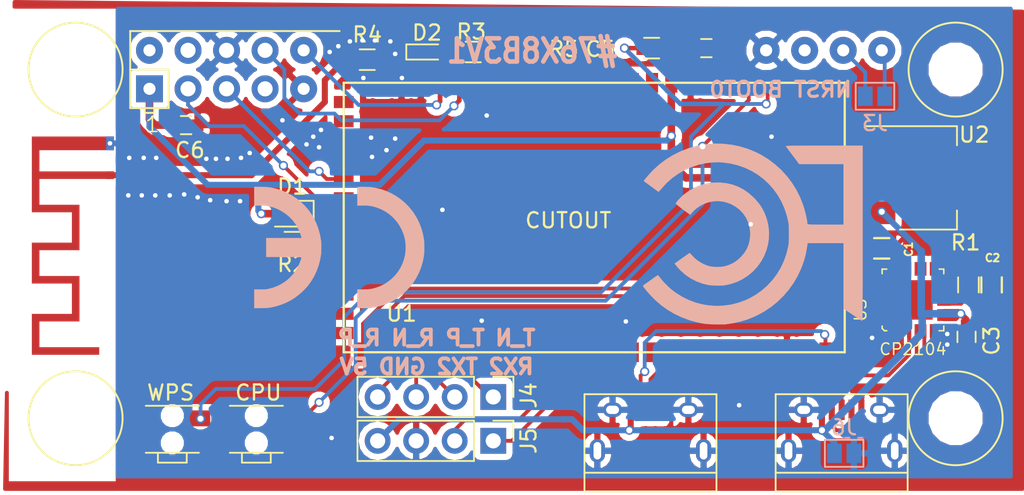
<source format=kicad_pcb>
(kicad_pcb (version 4) (host pcbnew 4.0.7)
  (layers (0 F.Cu signal) (31 B.Cu signal) (34 B.Paste user hide) (35 F.Paste user hide) (36 B.SilkS user) (37 F.SilkS user) (38 B.Mask user) (39 F.Mask user hide) (44 Edge.Cuts user))
  (net 0 "")
  (net 1 "Net-(J1-Pad2)")
  (net 2 "Net-(J1-Pad3)")
  (net 3 "Net-(J1-Pad4)")
  (net 4 GND)
  (net 5 "Net-(PI1-Pad2)")
  (net 6 "Net-(PI1-Pad3)")
  (net 7 "Net-(PI1-Pad4)")
  (net 8 "Net-(PI1-Pad5)")
  (net 9 "Net-(PI1-Pad7)")
  (net 10 "Net-(PI1-Pad8)")
  (net 11 "Net-(PI1-Pad10)")
  (net 12 "Net-(PI1-Pad36)")
  (net 13 "Net-(U1-Pad1)")
  (net 14 "Net-(U1-Pad2)")
  (net 15 "Net-(U1-Pad7)")
  (net 16 "Net-(U1-Pad8)")
  (net 17 "Net-(U1-Pad9)")
  (net 18 "Net-(U1-Pad10)")
  (net 19 "Net-(U1-Pad11)")
  (net 20 "Net-(U1-Pad12)")
  (net 21 "Net-(U1-Pad15)")
  (net 22 "Net-(U1-Pad16)")
  (net 23 "Net-(U1-Pad17)")
  (net 24 "Net-(U1-Pad18)")
  (net 25 "Net-(U1-Pad19)")
  (net 26 "Net-(U1-Pad20)")
  (net 27 "Net-(U1-Pad21)")
  (net 28 "Net-(U1-Pad22)")
  (net 29 "Net-(U1-Pad27)")
  (net 30 "Net-(U1-Pad28)")
  (net 31 "Net-(U1-Pad31)")
  (net 32 "Net-(U1-Pad32)")
  (net 33 +3V3)
  (net 34 "Net-(U1-Pad35)")
  (net 35 "Net-(U1-Pad36)")
  (net 36 "Net-(U1-Pad37)")
  (net 37 "Net-(U1-Pad38)")
  (net 38 "Net-(U1-Pad39)")
  (net 39 "Net-(U1-Pad40)")
  (net 40 "Net-(U1-Pad41)")
  (net 41 "Net-(U1-Pad42)")
  (net 42 "Net-(U1-Pad43)")
  (net 43 "Net-(U1-Pad51)")
  (net 44 "Net-(U1-Pad52)")
  (net 45 "Net-(U1-Pad53)")
  (net 46 "Net-(U1-Pad54)")
  (net 47 "Net-(U1-Pad63)")
  (net 48 "Net-(J2-Pad2)")
  (net 49 "Net-(J2-Pad3)")
  (net 50 "Net-(J2-Pad4)")
  (net 51 "Net-(C2-Pad2)")
  (net 52 "Net-(D1-Pad1)")
  (net 53 "Net-(R1-Pad1)")
  (net 54 "Net-(R2-Pad1)")
  (net 55 "Net-(U3-Pad16)")
  (net 56 "Net-(U3-Pad17)")
  (net 57 "Net-(U3-Pad1)")
  (net 58 "Net-(U3-Pad10)")
  (net 59 "Net-(U3-Pad11)")
  (net 60 "Net-(U3-Pad12)")
  (net 61 "Net-(U3-Pad13)")
  (net 62 "Net-(U3-Pad14)")
  (net 63 "Net-(U3-Pad24)")
  (net 64 "Net-(U3-Pad23)")
  (net 65 "Net-(U3-Pad22)")
  (net 66 "Net-(U3-Pad19)")
  (net 67 "Net-(U3-Pad18)")
  (net 68 "Net-(D2-Pad2)")
  (net 69 "Net-(J3-Pad1)")
  (net 70 "Net-(J3-Pad2)")
  (net 71 "Net-(R3-Pad2)")
  (net 72 "Net-(J4-Pad1)")
  (net 73 "Net-(J4-Pad2)")
  (net 74 "Net-(J4-Pad3)")
  (net 75 "Net-(J4-Pad4)")
  (net 76 "Net-(J5-Pad1)")
  (net 77 "Net-(J5-Pad2)")
  (net 78 +5V)
  (net 79 "Net-(U3-Pad15)")
  (net 80 "Net-(U1-Pad59)")
  (net 81 "Net-(U1-Pad60)")
  (net 82 "Net-(U1-Pad61)")
  (net 83 "Net-(U1-Pad62)")
  (net 84 "Net-(R5-Pad1)")
  (net 85 "Net-(AE1-Pad1)")
  (net 86 "Net-(R4-Pad2)")
  (net 87 "Net-(SW2-Pad1)")
  (module TO_SOT_Packages_SMD:SOT-223 (layer F.Cu) (at 208.1784 85.6488)
    (fp_text reference U2 (at 3.048 -2.8448) (layer F.SilkS))
    (fp_text value LT1084-3.3)
    (pad 4 smd rect (at 3.15 0) (size 2 3.8) (layers F.Cu F.Paste F.Mask))
    (pad 2 smd rect (at -3.15 0) (size 2 1.5) (layers F.Cu F.Paste F.Mask) (net 33 +3V3))
    (pad 3 smd rect (at -3.15 2.3) (size 2 1.5) (layers F.Cu F.Paste F.Mask) (net 78 +5V))
    (pad 1 smd rect (at -3.15 -2.3) (size 2 1.5) (layers F.Cu F.Paste F.Mask) (net 4 GND))
  )
  (module pizero:R_0603 (layer F.Cu) (at 205.1304 90.297 180)
    (fp_text reference C1 (at -1.778 -0.061 270) (layer F.SilkS) (effects (font (size 0.5 0.5) (thickness 0.125))))
    (fp_text value 2.2uF)
    (pad 1 smd rect (at -0.75 0 180) (size 0.5 0.9) (layers F.Cu F.Paste F.Mask) (net 4 GND))
    (pad 2 smd rect (at 0.75 0 180) (size 0.5 0.9) (layers F.Cu F.Paste F.Mask) (net 78 +5V))
  )
  (module pizero:R_0603 (layer F.Cu) (at 212.3694 92.71 270)
    (fp_text reference C2 (at -1.778 -0.061 360) (layer F.SilkS) (effects (font (size 0.5 0.5) (thickness 0.125))))
    (fp_text value 2.2uF)
    (pad 1 smd rect (at -0.75 0 270) (size 0.5 0.9) (layers F.Cu F.Paste F.Mask) (net 4 GND))
    (pad 2 smd rect (at 0.75 0 270) (size 0.5 0.9) (layers F.Cu F.Paste F.Mask) (net 51 "Net-(C2-Pad2)"))
  )
  (module Diodes_SMD:D_SOD-323F (layer F.Cu) (at 166.1922 88.011 180)
    (fp_text reference D1 (at -0.0762 1.778 180) (layer F.SilkS))
    (fp_text value S1)
    (pad 1 smd rect (at -1.1 0 180) (size 0.5 0.5) (layers F.Cu F.Paste F.Mask) (net 52 "Net-(D1-Pad1)"))
    (pad 2 smd rect (at 1.1 0 180) (size 0.5 0.5) (layers F.Cu F.Paste F.Mask) (net 33 +3V3))
  )
  (module .pretty:R_0603 (layer F.Cu) (at 210.8454 92.71 90)
    (fp_text reference R1 (at 2.794 -0.1905 180) (layer F.SilkS))
    (fp_text value 5.1K)
    (pad 1 smd rect (at -0.75 0 90) (size 0.5 0.9) (layers F.Cu F.Paste F.Mask) (net 53 "Net-(R1-Pad1)"))
    (pad 2 smd rect (at 0.75 0 90) (size 0.5 0.9) (layers F.Cu F.Paste F.Mask) (net 51 "Net-(C2-Pad2)"))
  )
  (module .pretty:R_0603 (layer F.Cu) (at 166.2684 89.8906 180)
    (fp_text reference R2 (at 0 -1.45 180) (layer F.SilkS))
    (fp_text value 1K)
    (pad 1 smd rect (at -0.75 0 180) (size 0.5 0.9) (layers F.Cu F.Paste F.Mask) (net 54 "Net-(R2-Pad1)"))
    (pad 2 smd rect (at 0.75 0 180) (size 0.5 0.9) (layers F.Cu F.Paste F.Mask) (net 33 +3V3))
  )
  (module .pretty:SW_SPST_EVQP7C (layer F.Cu) (at 158.3756 102.235)
    (fp_text reference SW1 hide)
    (fp_text value WPS (at -0.1082 -2.413) (layer F.SilkS))
    (pad 1 smd rect (at 1.8 -0.72) (size 1.4 1.05) (layers F.Cu F.Paste F.Mask) (net 84 "Net-(R5-Pad1)"))
    (pad 1 smd rect (at -1.8 -0.72) (size 1.4 1.05) (layers F.Cu F.Paste F.Mask) (net 84 "Net-(R5-Pad1)"))
    (pad 2 smd rect (at 1.8 0.72) (size 1.4 1.05) (layers F.Cu F.Paste F.Mask) (net 4 GND))
    (pad 2 smd rect (at -1.8 0.72) (size 1.4 1.05) (layers F.Cu F.Paste F.Mask) (net 4 GND))
    (pad "" np_thru_hole circle (at 0 -0.9) (size 0.7 0.7) (drill 0.7) (layers *.Cu *.Mask))
    (pad "" np_thru_hole circle (at 0 0.9) (size 0.7 0.7) (drill 0.7) (layers *.Cu *.Mask))
  )
  (module .pretty:SW_SPST_EVQP7C (layer F.Cu) (at 163.9128 102.235)
    (fp_text reference SW2 hide)
    (fp_text value CPU (at 0.1331 -2.413 180) (layer F.SilkS))
    (pad 1 smd rect (at 1.8 -0.72) (size 1.4 1.05) (layers F.Cu F.Paste F.Mask) (net 87 "Net-(SW2-Pad1)"))
    (pad 1 smd rect (at -1.8 -0.72) (size 1.4 1.05) (layers F.Cu F.Paste F.Mask) (net 87 "Net-(SW2-Pad1)"))
    (pad 2 smd rect (at 1.8 0.72) (size 1.4 1.05) (layers F.Cu F.Paste F.Mask) (net 4 GND))
    (pad 2 smd rect (at -1.8 0.72) (size 1.4 1.05) (layers F.Cu F.Paste F.Mask) (net 4 GND))
    (pad "" np_thru_hole circle (at 0 -0.9) (size 0.7 0.7) (drill 0.7) (layers *.Cu *.Mask))
    (pad "" np_thru_hole circle (at 0 0.9) (size 0.7 0.7) (drill 0.7) (layers *.Cu *.Mask))
  )
  (module pizero:qfn24 (layer F.Cu) (at 207.1878 93.7006)
    (fp_text reference U3 (at -3.4544 0.6604 90) (layer F.SilkS) (effects (font (size 0.762 0.762) (thickness 0.1016))))
    (fp_text value CP2104 (at 0 3.2512) (layer F.SilkS) (effects (font (size 0.762 0.762) (thickness 0.1016))))
    (pad 16 smd rect (at -0.25 -2.05 180) (size 0.2794 0.9) (layers F.Cu F.Paste F.Mask) (net 55 "Net-(U3-Pad16)"))
    (pad 17 smd rect (at -0.75 -2.05 180) (size 0.2794 0.9) (layers F.Cu F.Paste F.Mask) (net 56 "Net-(U3-Pad17)"))
    (pad 5 smd rect (at 0.75 2.05) (size 0.2794 0.9) (layers F.Cu F.Paste F.Mask) (net 51 "Net-(C2-Pad2)"))
    (pad 1 smd rect (at -1.25 2.05) (size 0.2794 0.9) (layers F.Cu F.Paste F.Mask) (net 57 "Net-(U3-Pad1)"))
    (pad 2 smd rect (at -0.75 2.05) (size 0.2794 0.9) (layers F.Cu F.Paste F.Mask) (net 4 GND))
    (pad 3 smd rect (at -0.25 2.05) (size 0.2794 0.9) (layers F.Cu F.Paste F.Mask) (net 49 "Net-(J2-Pad3)"))
    (pad 4 smd rect (at 0.25 2.05) (size 0.2794 0.9) (layers F.Cu F.Paste F.Mask) (net 48 "Net-(J2-Pad2)"))
    (pad 6 smd rect (at 1.25 2.05) (size 0.2794 0.9) (layers F.Cu F.Paste F.Mask) (net 51 "Net-(C2-Pad2)"))
    (pad 7 smd rect (at 2.05 1.25 90) (size 0.2794 0.9) (layers F.Cu F.Paste F.Mask) (net 78 +5V))
    (pad 8 smd rect (at 2.05 0.75 90) (size 0.2794 0.9) (layers F.Cu F.Paste F.Mask) (net 78 +5V))
    (pad 9 smd rect (at 2.05 0.25 90) (size 0.2794 0.9) (layers F.Cu F.Paste F.Mask) (net 53 "Net-(R1-Pad1)"))
    (pad 10 smd rect (at 2.05 -0.25 90) (size 0.2794 0.9) (layers F.Cu F.Paste F.Mask) (net 58 "Net-(U3-Pad10)"))
    (pad 11 smd rect (at 2.05 -0.75 90) (size 0.2794 0.9) (layers F.Cu F.Paste F.Mask) (net 59 "Net-(U3-Pad11)"))
    (pad 12 smd rect (at 2.05 -1.25 90) (size 0.2794 0.9) (layers F.Cu F.Paste F.Mask) (net 60 "Net-(U3-Pad12)"))
    (pad 13 smd rect (at 1.25 -2.05 180) (size 0.2794 0.9) (layers F.Cu F.Paste F.Mask) (net 61 "Net-(U3-Pad13)"))
    (pad 14 smd rect (at 0.75 -2.05 180) (size 0.2794 0.9) (layers F.Cu F.Paste F.Mask) (net 62 "Net-(U3-Pad14)"))
    (pad 15 smd rect (at 0.25 -2.05 180) (size 0.2794 0.9) (layers F.Cu F.Paste F.Mask) (net 79 "Net-(U3-Pad15)"))
    (pad PAD smd rect (at 0 0) (size 2.6 2.6) (layers F.Cu F.Paste F.Mask))
    (pad 24 smd rect (at -2.05 1.25 270) (size 0.2794 0.9) (layers F.Cu F.Paste F.Mask) (net 63 "Net-(U3-Pad24)"))
    (pad 23 smd rect (at -2.05 0.75 270) (size 0.2794 0.9) (layers F.Cu F.Paste F.Mask) (net 64 "Net-(U3-Pad23)"))
    (pad 22 smd rect (at -2.05 0.25 270) (size 0.2794 0.9) (layers F.Cu F.Paste F.Mask) (net 65 "Net-(U3-Pad22)"))
    (pad 21 smd rect (at -2.05 -0.25 270) (size 0.2794 0.9) (layers F.Cu F.Paste F.Mask) (net 14 "Net-(U1-Pad2)"))
    (pad 20 smd rect (at -2.05 -0.75 270) (size 0.2794 0.9) (layers F.Cu F.Paste F.Mask) (net 13 "Net-(U1-Pad1)"))
    (pad 19 smd rect (at -2.05 -1.25 270) (size 0.2794 0.9) (layers F.Cu F.Paste F.Mask) (net 66 "Net-(U3-Pad19)"))
    (pad 18 smd rect (at -1.25 -2.05 180) (size 0.2794 0.9) (layers F.Cu F.Paste F.Mask) (net 67 "Net-(U3-Pad18)"))
  )
  (module LEDs:LED_0603 (layer F.Cu) (at 175.0949 77.343)
    (fp_text reference D2 (at 0.0635 -1.27) (layer F.SilkS))
    (fp_text value LED)
    (pad 2 smd rect (at 0.8 0 180) (size 0.8 0.8) (layers F.Cu F.Paste F.Mask) (net 68 "Net-(D2-Pad2)"))
    (pad 1 smd rect (at -0.8 0 180) (size 0.8 0.8) (layers F.Cu F.Paste F.Mask) (net 4 GND))
  )
  (module .pretty:R_0603 (layer F.Cu) (at 178.2064 77.343)
    (fp_text reference R3 (at -0.127 -1.3335) (layer F.SilkS))
    (fp_text value 1K)
    (pad 1 smd rect (at -0.75 0) (size 0.5 0.9) (layers F.Cu F.Paste F.Mask) (net 68 "Net-(D2-Pad2)"))
    (pad 2 smd rect (at 0.75 0) (size 0.5 0.9) (layers F.Cu F.Paste F.Mask) (net 71 "Net-(R3-Pad2)"))
  )
  (module .pretty:C_0603 (layer F.Cu) (at 193.5734 77.089)
    (fp_text reference C5 (at -6.985 0.0635) (layer F.SilkS))
    (fp_text value 2.2uF)
    (pad 2 smd rect (at 0.75 0) (size 0.8 0.75) (layers F.Cu F.Paste F.Mask) (net 4 GND))
    (pad 1 smd rect (at -0.75 0) (size 0.8 0.75) (layers F.Cu F.Paste F.Mask) (net 33 +3V3))
  )
  (module .pretty:C_0603 (layer F.Cu) (at 210.7184 96.139 270)
    (fp_text reference C3 (at 0.254 -1.651 270) (layer F.SilkS))
    (fp_text value 2.2uF)
    (pad 2 smd rect (at 0.75 0 270) (size 0.8 0.75) (layers F.Cu F.Paste F.Mask) (net 4 GND))
    (pad 1 smd rect (at -0.75 0 270) (size 0.8 0.75) (layers F.Cu F.Paste F.Mask) (net 78 +5V))
  )
  (module .pretty:C_0603 (layer F.Cu) (at 159.2834 82.169)
    (fp_text reference C6 (at 0.254 1.651) (layer F.SilkS))
    (fp_text value 2.2uF)
    (pad 2 smd rect (at 0.75 0) (size 0.8 0.75) (layers F.Cu F.Paste F.Mask) (net 4 GND))
    (pad 1 smd rect (at -0.75 0) (size 0.8 0.75) (layers F.Cu F.Paste F.Mask) (net 33 +3V3))
  )
  (module Pin_Headers:Pin_Header_Straight_1x04_Pitch2.54mm (layer F.Cu) (at 179.5272 100.1014 270)
    (fp_text reference J4 (at -0.1016 -2.3368 270) (layer F.SilkS))
    (fp_text value RJ45)
    (pad 1 thru_hole rect (at 0 0 270) (size 1.7 1.7) (drill 1) (layers *.Cu *.Mask) (net 72 "Net-(J4-Pad1)"))
    (pad 2 thru_hole oval (at 0 2.54 270) (size 1.7 1.7) (drill 1) (layers *.Cu *.Mask) (net 73 "Net-(J4-Pad2)"))
    (pad 3 thru_hole oval (at 0 5.08 270) (size 1.7 1.7) (drill 1) (layers *.Cu *.Mask) (net 74 "Net-(J4-Pad3)"))
    (pad 4 thru_hole oval (at 0 7.62 270) (size 1.7 1.7) (drill 1) (layers *.Cu *.Mask) (net 75 "Net-(J4-Pad4)"))
  )
  (module .pretty:USB_Micro-B (layer F.Cu) (at 189.8884 102.3015)
    (fp_text reference J1 hide)
    (fp_text value USB_OTG)
    (pad 1 smd rect (at -1.3 -1.35 90) (size 1.35 0.4) (layers F.Cu F.Paste F.Mask) (net 78 +5V))
    (pad 2 smd rect (at -0.65 -1.35 90) (size 1.35 0.4) (layers F.Cu F.Paste F.Mask) (net 1 "Net-(J1-Pad2)"))
    (pad 3 smd rect (at 0 -1.35 90) (size 1.35 0.4) (layers F.Cu F.Paste F.Mask) (net 2 "Net-(J1-Pad3)"))
    (pad 4 smd rect (at 0.65 -1.35 90) (size 1.35 0.4) (layers F.Cu F.Paste F.Mask) (net 3 "Net-(J1-Pad4)"))
    (pad 5 smd rect (at 1.3 -1.35 90) (size 1.35 0.4) (layers F.Cu F.Paste F.Mask) (net 4 GND))
    (pad 6 thru_hole oval (at -2.5 -1.35 90) (size 0.95 1.25) (drill oval 0.55 0.85) (layers *.Cu *.Mask) (net 4 GND))
    (pad 6 thru_hole oval (at 2.5 -1.35 90) (size 0.95 1.25) (drill oval 0.55 0.85) (layers *.Cu *.Mask) (net 4 GND))
    (pad 6 thru_hole oval (at -3.5 1.35 90) (size 1.55 1) (drill oval 1.15 0.5) (layers *.Cu *.Mask) (net 4 GND))
    (pad 6 thru_hole oval (at 3.5 1.35 90) (size 1.55 1) (drill oval 1.15 0.5) (layers *.Cu *.Mask) (net 4 GND))
  )
  (module .pretty:USB_Micro-B (layer F.Cu) (at 202.4884 102.3015)
    (fp_text reference J2 hide)
    (fp_text value USB_OTG)
    (pad 1 smd rect (at -1.3 -1.35 90) (size 1.35 0.4) (layers F.Cu F.Paste F.Mask) (net 78 +5V))
    (pad 2 smd rect (at -0.65 -1.35 90) (size 1.35 0.4) (layers F.Cu F.Paste F.Mask) (net 48 "Net-(J2-Pad2)"))
    (pad 3 smd rect (at 0 -1.35 90) (size 1.35 0.4) (layers F.Cu F.Paste F.Mask) (net 49 "Net-(J2-Pad3)"))
    (pad 4 smd rect (at 0.65 -1.35 90) (size 1.35 0.4) (layers F.Cu F.Paste F.Mask) (net 50 "Net-(J2-Pad4)"))
    (pad 5 smd rect (at 1.3 -1.35 90) (size 1.35 0.4) (layers F.Cu F.Paste F.Mask) (net 4 GND))
    (pad 6 thru_hole oval (at -2.5 -1.35 90) (size 0.95 1.25) (drill oval 0.55 0.85) (layers *.Cu *.Mask) (net 4 GND))
    (pad 6 thru_hole oval (at 2.5 -1.35 90) (size 0.95 1.25) (drill oval 0.55 0.85) (layers *.Cu *.Mask) (net 4 GND))
    (pad 6 thru_hole oval (at -3.5 1.35 90) (size 1.55 1) (drill oval 1.15 0.5) (layers *.Cu *.Mask) (net 4 GND))
    (pad 6 thru_hole oval (at 3.5 1.35 90) (size 1.55 1) (drill oval 1.15 0.5) (layers *.Cu *.Mask) (net 4 GND))
  )
  (module pizero:VIA-0.6mm (layer F.Cu) (at 209.4484 95.9485)
    (fp_text reference REF** hide)
    (fp_text value VIA-0.6mm hide)
    (pad 1 thru_hole circle (at 0 0) (size 0.6 0.6) (drill 0.3) (layers *.Cu) (net 4 GND))
  )
  (module pizero:VIA-0.6mm (layer F.Cu) (at 204.4954 96.2025)
    (fp_text reference REF** hide)
    (fp_text value VIA-0.6mm hide)
    (pad 1 thru_hole circle (at 0 0) (size 0.6 0.6) (drill 0.3) (layers *.Cu) (net 4 GND))
  )
  (module pizero:VIA-0.6mm (layer F.Cu) (at 196.4944 88.7095)
    (fp_text reference REF** hide)
    (fp_text value VIA-0.6mm hide)
    (pad 1 thru_hole circle (at 0 0) (size 0.6 0.6) (drill 0.3) (layers *.Cu) (net 4 GND))
  )
  (module pizero:VIA-0.6mm (layer F.Cu) (at 197.866 82.931)
    (fp_text reference REF** hide)
    (fp_text value VIA-0.6mm hide)
    (pad 1 thru_hole circle (at 0 0) (size 0.6 0.6) (drill 0.3) (layers *.Cu) (net 4 GND))
  )
  (module .pretty:BIT3_wideora (layer F.Cu) (at 169.672 97.155)
    (fp_text reference U1 (at 3.81 -2.54) (layer F.SilkS))
    (fp_text value BIT3)
    (fp_text user CUTOUT (at 14.7955 -8.6995) (layer F.SilkS))
    (pad 1 smd rect (at 1.27 0) (size 0.8 1.3) (layers F.Cu F.Paste F.Mask) (net 13 "Net-(U1-Pad1)"))
    (pad 2 smd rect (at 2.54 0) (size 0.8 1.3) (layers F.Cu F.Paste F.Mask) (net 14 "Net-(U1-Pad2)"))
    (pad 3 smd rect (at 3.81 0) (size 0.8 1.3) (layers F.Cu F.Paste F.Mask) (net 75 "Net-(J4-Pad4)"))
    (pad 4 smd rect (at 5.08 0) (size 0.8 1.3) (layers F.Cu F.Paste F.Mask) (net 74 "Net-(J4-Pad3)"))
    (pad 5 smd rect (at 6.35 0) (size 0.8 1.3) (layers F.Cu F.Paste F.Mask) (net 73 "Net-(J4-Pad2)"))
    (pad 6 smd rect (at 7.62 0) (size 0.8 1.3) (layers F.Cu F.Paste F.Mask) (net 72 "Net-(J4-Pad1)"))
    (pad 7 smd rect (at 8.89 0) (size 0.8 1.3) (layers F.Cu F.Paste F.Mask) (net 15 "Net-(U1-Pad7)"))
    (pad 8 smd rect (at 10.16 0) (size 0.8 1.3) (layers F.Cu F.Paste F.Mask) (net 16 "Net-(U1-Pad8)"))
    (pad 9 smd rect (at 11.43 0) (size 0.8 1.3) (layers F.Cu F.Paste F.Mask) (net 17 "Net-(U1-Pad9)"))
    (pad 10 smd rect (at 12.7 0) (size 0.8 1.3) (layers F.Cu F.Paste F.Mask) (net 18 "Net-(U1-Pad10)"))
    (pad 11 smd rect (at 13.97 0) (size 0.8 1.3) (layers F.Cu F.Paste F.Mask) (net 19 "Net-(U1-Pad11)"))
    (pad 12 smd rect (at 15.24 0) (size 0.8 1.3) (layers F.Cu F.Paste F.Mask) (net 20 "Net-(U1-Pad12)"))
    (pad 13 smd rect (at 16.51 0) (size 0.8 1.3) (layers F.Cu F.Paste F.Mask) (net 77 "Net-(J5-Pad2)"))
    (pad 14 smd rect (at 17.78 0) (size 0.8 1.3) (layers F.Cu F.Paste F.Mask) (net 76 "Net-(J5-Pad1)"))
    (pad 15 smd rect (at 19.05 0) (size 0.8 1.3) (layers F.Cu F.Paste F.Mask) (net 21 "Net-(U1-Pad15)"))
    (pad 16 smd rect (at 20.32 0) (size 0.8 1.3) (layers F.Cu F.Paste F.Mask) (net 22 "Net-(U1-Pad16)"))
    (pad 17 smd rect (at 21.59 0) (size 0.8 1.3) (layers F.Cu F.Paste F.Mask) (net 23 "Net-(U1-Pad17)"))
    (pad 18 smd rect (at 22.86 0) (size 0.8 1.3) (layers F.Cu F.Paste F.Mask) (net 24 "Net-(U1-Pad18)"))
    (pad 19 smd rect (at 24.13 0) (size 0.8 1.3) (layers F.Cu F.Paste F.Mask) (net 25 "Net-(U1-Pad19)"))
    (pad 20 smd rect (at 25.4 0) (size 0.8 1.3) (layers F.Cu F.Paste F.Mask) (net 26 "Net-(U1-Pad20)"))
    (pad 21 smd rect (at 26.67 0) (size 0.8 1.3) (layers F.Cu F.Paste F.Mask) (net 27 "Net-(U1-Pad21)"))
    (pad 22 smd rect (at 27.94 0) (size 0.8 1.3) (layers F.Cu F.Paste F.Mask) (net 28 "Net-(U1-Pad22)"))
    (pad 23 smd rect (at 29.21 0) (size 0.8 1.3) (layers F.Cu F.Paste F.Mask) (net 4 GND))
    (pad 24 smd rect (at 30.48 0) (size 0.8 1.3) (layers F.Cu F.Paste F.Mask) (net 2 "Net-(J1-Pad3)"))
    (pad 25 smd rect (at 31.75 0) (size 0.8 1.3) (layers F.Cu F.Paste F.Mask) (net 1 "Net-(J1-Pad2)"))
    (pad 26 smd rect (at 31.75 -17.78) (size 0.8 1.3) (layers F.Cu F.Paste F.Mask) (net 4 GND))
    (pad 27 smd rect (at 30.48 -17.78) (size 0.8 1.3) (layers F.Cu F.Paste F.Mask) (net 29 "Net-(U1-Pad27)"))
    (pad 28 smd rect (at 29.21 -17.78) (size 0.8 1.3) (layers F.Cu F.Paste F.Mask) (net 30 "Net-(U1-Pad28)"))
    (pad 29 smd rect (at 27.94 -17.78) (size 0.8 1.3) (layers F.Cu F.Paste F.Mask) (net 84 "Net-(R5-Pad1)"))
    (pad 30 smd rect (at 26.67 -17.78) (size 0.8 1.3) (layers F.Cu F.Paste F.Mask) (net 87 "Net-(SW2-Pad1)"))
    (pad 31 smd rect (at 25.4 -17.78) (size 0.8 1.3) (layers F.Cu F.Paste F.Mask) (net 31 "Net-(U1-Pad31)"))
    (pad 32 smd rect (at 24.13 -17.78) (size 0.8 1.3) (layers F.Cu F.Paste F.Mask) (net 32 "Net-(U1-Pad32)"))
    (pad 33 smd rect (at 22.86 -17.78) (size 0.8 1.3) (layers F.Cu F.Paste F.Mask) (net 4 GND))
    (pad 34 smd rect (at 21.59 -17.78) (size 0.8 1.3) (layers F.Cu F.Paste F.Mask) (net 33 +3V3))
    (pad 35 smd rect (at 20.32 -17.78) (size 0.8 1.3) (layers F.Cu F.Paste F.Mask) (net 34 "Net-(U1-Pad35)"))
    (pad 36 smd rect (at 19.05 -17.78) (size 0.8 1.3) (layers F.Cu F.Paste F.Mask) (net 35 "Net-(U1-Pad36)"))
    (pad 37 smd rect (at 17.78 -17.78) (size 0.8 1.3) (layers F.Cu F.Paste F.Mask) (net 36 "Net-(U1-Pad37)"))
    (pad 38 smd rect (at 16.51 -17.78) (size 0.8 1.3) (layers F.Cu F.Paste F.Mask) (net 37 "Net-(U1-Pad38)"))
    (pad 39 smd rect (at 15.24 -17.78) (size 0.8 1.3) (layers F.Cu F.Paste F.Mask) (net 38 "Net-(U1-Pad39)"))
    (pad 40 smd rect (at 13.97 -17.78) (size 0.8 1.3) (layers F.Cu F.Paste F.Mask) (net 39 "Net-(U1-Pad40)"))
    (pad 41 smd rect (at 12.7 -17.78) (size 0.8 1.3) (layers F.Cu F.Paste F.Mask) (net 40 "Net-(U1-Pad41)"))
    (pad 42 smd rect (at 11.43 -17.78) (size 0.8 1.3) (layers F.Cu F.Paste F.Mask) (net 41 "Net-(U1-Pad42)"))
    (pad 43 smd rect (at 10.16 -17.78) (size 0.8 1.3) (layers F.Cu F.Paste F.Mask) (net 42 "Net-(U1-Pad43)"))
    (pad 44 smd rect (at 8.89 -17.78) (size 0.8 1.3) (layers F.Cu F.Paste F.Mask) (net 71 "Net-(R3-Pad2)"))
    (pad 45 smd rect (at 7.62 -17.78) (size 0.8 1.3) (layers F.Cu F.Paste F.Mask) (net 10 "Net-(PI1-Pad8)"))
    (pad 46 smd rect (at 6.35 -17.78) (size 0.8 1.3) (layers F.Cu F.Paste F.Mask) (net 11 "Net-(PI1-Pad10)"))
    (pad 47 smd rect (at 5.08 -17.78) (size 0.8 1.3) (layers F.Cu F.Paste F.Mask) (net 4 GND))
    (pad 48 smd rect (at 3.81 -17.78) (size 0.8 1.3) (layers F.Cu F.Paste F.Mask) (net 4 GND))
    (pad 49 smd rect (at 2.54 -17.78) (size 0.8 1.3) (layers F.Cu F.Paste F.Mask) (net 86 "Net-(R4-Pad2)"))
    (pad 50 smd rect (at 1.27 -17.78) (size 0.8 1.3) (layers F.Cu F.Paste F.Mask) (net 4 GND))
    (pad 51 smd rect (at 0 -16.51) (size 1.3 0.8) (layers F.Cu F.Paste F.Mask) (net 43 "Net-(U1-Pad51)"))
    (pad 52 smd rect (at 0 -15.24) (size 1.3 0.8) (layers F.Cu F.Paste F.Mask) (net 44 "Net-(U1-Pad52)"))
    (pad 53 smd rect (at 0 -13.97) (size 1.3 0.8) (layers F.Cu F.Paste F.Mask) (net 45 "Net-(U1-Pad53)"))
    (pad 54 smd rect (at 0 -12.7) (size 1.3 0.8) (layers F.Cu F.Paste F.Mask) (net 46 "Net-(U1-Pad54)"))
    (pad 55 smd rect (at 0 -11.43) (size 1.3 0.8) (layers F.Cu F.Paste F.Mask) (net 8 "Net-(PI1-Pad5)"))
    (pad 56 smd rect (at 0 -10.16) (size 1.3 0.8) (layers F.Cu F.Paste F.Mask) (net 6 "Net-(PI1-Pad3)"))
    (pad 57 smd rect (at 0 -8.89) (size 1.3 0.8) (layers F.Cu F.Paste F.Mask) (net 52 "Net-(D1-Pad1)"))
    (pad 58 smd rect (at 0 -7.62) (size 1.3 0.8) (layers F.Cu F.Paste F.Mask) (net 54 "Net-(R2-Pad1)"))
    (pad 59 smd rect (at 0 -6.35) (size 1.3 0.8) (layers F.Cu F.Paste F.Mask) (net 80 "Net-(U1-Pad59)"))
    (pad 60 smd rect (at 0 -5.08) (size 1.3 0.8) (layers F.Cu F.Paste F.Mask) (net 81 "Net-(U1-Pad60)"))
    (pad 61 smd rect (at 0 -3.81) (size 1.3 0.8) (layers F.Cu F.Paste F.Mask) (net 82 "Net-(U1-Pad61)"))
    (pad 62 smd rect (at 0 -2.54) (size 1.3 0.8) (layers F.Cu F.Paste F.Mask) (net 83 "Net-(U1-Pad62)"))
    (pad 63 smd rect (at 0 -1.27) (size 1.3 0.8) (layers F.Cu F.Paste F.Mask) (net 47 "Net-(U1-Pad63)"))
  )
  (module Pin_Headers:Pin_Header_Straight_1x04_Pitch2.54mm (layer F.Cu) (at 179.5272 102.997 270)
    (fp_text reference J5 (at 0 -2.33 270) (layer F.SilkS))
    (fp_text value Conn_01x04)
    (pad 1 thru_hole rect (at 0 0 270) (size 1.7 1.7) (drill 1) (layers *.Cu *.Mask) (net 76 "Net-(J5-Pad1)"))
    (pad 2 thru_hole oval (at 0 2.54 270) (size 1.7 1.7) (drill 1) (layers *.Cu *.Mask) (net 77 "Net-(J5-Pad2)"))
    (pad 3 thru_hole oval (at 0 5.08 270) (size 1.7 1.7) (drill 1) (layers *.Cu *.Mask) (net 4 GND))
    (pad 4 thru_hole oval (at 0 7.62 270) (size 1.7 1.7) (drill 1) (layers *.Cu *.Mask) (net 78 +5V))
  )
  (module pizero:VIA-0.6mm (layer F.Cu) (at 178.7652 95.0722)
    (fp_text reference REF** hide)
    (fp_text value VIA-0.6mm hide)
    (pad 1 thru_hole circle (at 0 0) (size 0.6 0.6) (drill 0.3) (layers *.Cu) (net 4 GND))
  )
  (module pizero:VIA-0.6mm (layer F.Cu) (at 188.2648 95.123)
    (fp_text reference REF** hide)
    (fp_text value VIA-0.6mm hide)
    (pad 1 thru_hole circle (at 0 0) (size 0.6 0.6) (drill 0.3) (layers *.Cu) (net 4 GND))
  )
  (module pizero:VIA-0.6mm (layer F.Cu) (at 176.1744 87.757)
    (fp_text reference REF** hide)
    (fp_text value VIA-0.6mm hide)
    (pad 1 thru_hole circle (at 0 0) (size 0.6 0.6) (drill 0.3) (layers *.Cu) (net 4 GND))
  )
  (module .pretty:R_0603 (layer F.Cu) (at 189.9664 77.089)
    (fp_text reference R5 (at -5.791 0.0635) (layer F.SilkS))
    (fp_text value 5.1K)
    (pad 1 smd rect (at -0.75 0) (size 0.5 0.9) (layers F.Cu F.Paste F.Mask) (net 84 "Net-(R5-Pad1)"))
    (pad 2 smd rect (at 0.75 0) (size 0.5 0.9) (layers F.Cu F.Paste F.Mask) (net 33 +3V3))
  )
  (module .pretty:R_0603 (layer F.Cu) (at 171.2214 77.851)
    (fp_text reference R4 (at 0 -1.651) (layer F.SilkS))
    (fp_text value 0R)
    (pad 1 smd rect (at -0.75 0) (size 0.5 0.9) (layers F.Cu F.Paste F.Mask) (net 85 "Net-(AE1-Pad1)"))
    (pad 2 smd rect (at 0.75 0) (size 0.5 0.9) (layers F.Cu F.Paste F.Mask) (net 86 "Net-(R4-Pad2)"))
  )
  (module pizero:VIA-0.6mm (layer F.Cu) (at 163.4744 84.0105)
    (fp_text reference REF** hide)
    (fp_text value VIA-0.6mm hide)
    (pad 1 thru_hole circle (at 0 0) (size 0.6 0.6) (drill 0.3) (layers *.Cu) (net 4 GND))
  )
  (module pizero:VIA-0.6mm (layer F.Cu) (at 165.6334 81.8515)
    (fp_text reference REF** hide)
    (fp_text value VIA-0.6mm hide)
    (pad 1 thru_hole circle (at 0 0) (size 0.6 0.6) (drill 0.3) (layers *.Cu) (net 4 GND))
  )
  (module pizero:VIA-0.6mm (layer F.Cu) (at 168.1734 82.4865)
    (fp_text reference REF** hide)
    (fp_text value VIA-0.6mm hide)
    (pad 1 thru_hole circle (at 0 0) (size 0.6 0.6) (drill 0.3) (layers *.Cu) (net 4 GND))
  )
  (module pizero:VIA-0.6mm (layer F.Cu) (at 155.5369 84.328)
    (fp_text reference REF** hide)
    (fp_text value VIA-0.6mm hide)
    (pad 1 thru_hole circle (at 0 0) (size 0.6 0.6) (drill 0.3) (layers *.Cu) (net 4 GND))
  )
  (module pizero:VIA-0.6mm (layer F.Cu) (at 156.3624 86.8045)
    (fp_text reference REF** hide)
    (fp_text value VIA-0.6mm hide)
    (pad 1 thru_hole circle (at 0 0) (size 0.6 0.6) (drill 0.3) (layers *.Cu) (net 4 GND))
  )
  (module pizero:VIA-0.6mm (layer F.Cu) (at 157.2514 86.8045)
    (fp_text reference REF** hide)
    (fp_text value VIA-0.6mm hide)
    (pad 1 thru_hole circle (at 0 0) (size 0.6 0.6) (drill 0.3) (layers *.Cu) (net 4 GND))
  )
  (module pizero:VIA-0.6mm (layer F.Cu) (at 158.2039 86.8045)
    (fp_text reference REF** hide)
    (fp_text value VIA-0.6mm hide)
    (pad 1 thru_hole circle (at 0 0) (size 0.6 0.6) (drill 0.3) (layers *.Cu) (net 4 GND))
  )
  (module pizero:VIA-0.6mm (layer F.Cu) (at 159.1564 86.741)
    (fp_text reference REF** hide)
    (fp_text value VIA-0.6mm hide)
    (pad 1 thru_hole circle (at 0 0) (size 0.6 0.6) (drill 0.3) (layers *.Cu) (net 4 GND))
  )
  (module pizero:VIA-0.6mm (layer F.Cu) (at 156.4894 84.328)
    (fp_text reference REF** hide)
    (fp_text value VIA-0.6mm hide)
    (pad 1 thru_hole circle (at 0 0) (size 0.6 0.6) (drill 0.3) (layers *.Cu) (net 4 GND))
  )
  (module pizero:VIA-0.6mm (layer F.Cu) (at 157.3149 84.328)
    (fp_text reference REF** hide)
    (fp_text value VIA-0.6mm hide)
    (pad 1 thru_hole circle (at 0 0) (size 0.6 0.6) (drill 0.3) (layers *.Cu) (net 4 GND))
  )
  (module pizero:VIA-0.6mm (layer F.Cu) (at 171.4754 82.9945)
    (fp_text reference REF** hide)
    (fp_text value VIA-0.6mm hide)
    (pad 1 thru_hole circle (at 0 0) (size 0.6 0.6) (drill 0.3) (layers *.Cu) (net 4 GND))
  )
  (module pizero:VIA-0.6mm (layer F.Cu) (at 171.5389 84.2645)
    (fp_text reference REF** hide)
    (fp_text value VIA-0.6mm hide)
    (pad 1 thru_hole circle (at 0 0) (size 0.6 0.6) (drill 0.3) (layers *.Cu) (net 4 GND))
  )
  (module pizero:VIA-0.6mm (layer F.Cu) (at 173.0629 83.058)
    (fp_text reference REF** hide)
    (fp_text value VIA-0.6mm hide)
    (pad 1 thru_hole circle (at 0 0) (size 0.6 0.6) (drill 0.3) (layers *.Cu) (net 4 GND))
  )
  (module pizero:VIA-0.6mm (layer F.Cu) (at 172.4914 83.82)
    (fp_text reference REF** hide)
    (fp_text value VIA-0.6mm hide)
    (pad 1 thru_hole circle (at 0 0) (size 0.6 0.6) (drill 0.3) (layers *.Cu) (net 4 GND))
  )
  (module pizero:VIA-0.6mm (layer F.Cu) (at 162.9029 84.328)
    (fp_text reference REF** hide)
    (fp_text value VIA-0.6mm hide)
    (pad 1 thru_hole circle (at 0 0) (size 0.6 0.6) (drill 0.3) (layers *.Cu) (net 4 GND))
  )
  (module pizero:VIA-0.6mm (layer F.Cu) (at 162.0139 84.3915)
    (fp_text reference REF** hide)
    (fp_text value VIA-0.6mm hide)
    (pad 1 thru_hole circle (at 0 0) (size 0.6 0.6) (drill 0.3) (layers *.Cu) (net 4 GND))
  )
  (module pizero:VIA-0.6mm (layer F.Cu) (at 161.2519 84.3915)
    (fp_text reference REF** hide)
    (fp_text value VIA-0.6mm hide)
    (pad 1 thru_hole circle (at 0 0) (size 0.6 0.6) (drill 0.3) (layers *.Cu) (net 4 GND))
  )
  (module pizero:VIA-0.6mm (layer F.Cu) (at 160.6169 84.3915)
    (fp_text reference REF** hide)
    (fp_text value VIA-0.6mm hide)
    (pad 1 thru_hole circle (at 0 0) (size 0.6 0.6) (drill 0.3) (layers *.Cu) (net 4 GND))
  )
  (module .pretty:Texas_SWRA117D_2.4GHz_Left1 (layer F.Cu) (at 154.2669 85.471 90)
    (fp_text reference AE1 hide)
    (fp_text value Antenna_Shield)
    (fp_poly (pts (xy -2.45 -2.51) (xy -4.45 -2.51) (xy -4.45 -5.15) (xy -7.15 -5.15) (xy -7.15 -2.51) (xy -9.15 -2.51) (xy -9.15 -5.15) (xy -11.85 -5.15) (xy -11.85 -0.71) (xy -11.35 -0.71) (xy -11.35 -4.65) (xy -9.65 -4.65) (xy -9.65 -2.01) (xy -6.65 -2.01) (xy -6.65 -4.65) (xy -4.95 -4.65) (xy -4.95 -2.01) (xy -1.95 -2.01) (xy -1.95 -4.65) (xy -0.25 -4.65) (xy -0.25 0.25) (xy 0.25 0.25) (xy 0.25 -4.65) (xy 1.65 -4.65) (xy 1.65 0.25) (xy 2.55 0.25) (xy 2.55 0.006785) (xy 2.247583 0.006785) (xy 2.237742 0.054395) (xy 2.213674 0.096797) (xy 2.175731 0.129581) (xy 2.167819 0.133935) (xy 2.125156 0.146043) (xy 2.076637 0.1453) (xy 2.031122 0.1324) (xy 2.012511 0.121787) (xy 1.978868 0.086553) (xy 1.958309 0.041368) (xy 1.951778 -0.008158) (xy 1.960218 -0.056417) (xy 1.977112 -0.088643) (xy 2.012372 -0.121313) (xy 2.057682 -0.141408) (xy 2.107267 -0.147982) (xy 2.155353 -0.140092) (xy 2.188245 -0.123186) (xy 2.223185 -0.086416) (xy 2.242847 -0.041622) (xy 2.247583 0.006785) (xy 2.55 0.006785) (xy 2.55 -5.15) (xy -2.45 -5.15) (xy -2.45 -2.51)) (layer F.Cu) (width 0))
    (pad 2 thru_hole rect (at 2.1 0 90) (size 0.9 0.5) (drill 0.3) (layers *.Cu) (net 4 GND))
    (pad 1 connect rect (at 0 0 90) (size 0.5 0.5) (layers F.Cu) (net 85 "Net-(AE1-Pad1)"))
  )
  (module pizero:VIA-0.6mm (layer F.Cu) (at 168.7449 77.343)
    (fp_text reference REF** hide)
    (fp_text value VIA-0.6mm hide)
    (pad 1 thru_hole circle (at 0 0) (size 0.6 0.6) (drill 0.3) (layers *.Cu) (net 4 GND))
  )
  (module pizero:VIA-0.6mm (layer F.Cu) (at 169.3164 76.962)
    (fp_text reference REF** hide)
    (fp_text value VIA-0.6mm hide)
    (pad 1 thru_hole circle (at 0 0) (size 0.6 0.6) (drill 0.3) (layers *.Cu) (net 4 GND))
  )
  (module pizero:VIA-0.6mm (layer F.Cu) (at 170.9674 79.0575)
    (fp_text reference REF** hide)
    (fp_text value VIA-0.6mm hide)
    (pad 1 thru_hole circle (at 0 0) (size 0.6 0.6) (drill 0.3) (layers *.Cu) (net 4 GND))
  )
  (module pizero:VIA-0.6mm (layer F.Cu) (at 179.0954 81.534)
    (fp_text reference REF** hide)
    (fp_text value VIA-0.6mm hide)
    (pad 1 thru_hole circle (at 0 0) (size 0.6 0.6) (drill 0.3) (layers *.Cu) (net 4 GND))
  )
  (module pizero:VIA-0.6mm (layer F.Cu) (at 170.0784 76.6445)
    (fp_text reference REF** hide)
    (fp_text value VIA-0.6mm hide)
    (pad 1 thru_hole circle (at 0 0) (size 0.6 0.6) (drill 0.3) (layers *.Cu) (net 4 GND))
  )
  (module pizero:VIA-0.6mm (layer F.Cu) (at 170.9039 76.581)
    (fp_text reference REF** hide)
    (fp_text value VIA-0.6mm hide)
    (pad 1 thru_hole circle (at 0 0) (size 0.6 0.6) (drill 0.3) (layers *.Cu) (net 4 GND))
  )
  (module pizero:VIA-0.6mm (layer F.Cu) (at 171.7294 76.581)
    (fp_text reference REF** hide)
    (fp_text value VIA-0.6mm hide)
    (pad 1 thru_hole circle (at 0 0) (size 0.6 0.6) (drill 0.3) (layers *.Cu) (net 4 GND))
  )
  (module pizero:VIA-0.6mm (layer F.Cu) (at 172.7454 76.6445)
    (fp_text reference REF** hide)
    (fp_text value VIA-0.6mm hide)
    (pad 1 thru_hole circle (at 0 0) (size 0.6 0.6) (drill 0.3) (layers *.Cu) (net 4 GND))
  )
  (module pizero:VIA-0.6mm (layer F.Cu) (at 155.4734 86.8045)
    (fp_text reference REF** hide)
    (fp_text value VIA-0.6mm hide)
    (pad 1 thru_hole circle (at 0 0) (size 0.6 0.6) (drill 0.3) (layers *.Cu) (net 4 GND))
  )
  (module pizero:VIA-0.6mm (layer F.Cu) (at 162.8394 87.1855)
    (fp_text reference REF** hide)
    (fp_text value VIA-0.6mm hide)
    (pad 1 thru_hole circle (at 0 0) (size 0.6 0.6) (drill 0.3) (layers *.Cu) (net 4 GND))
  )
  (module pizero:VIA-0.6mm (layer F.Cu) (at 161.9504 87.1855)
    (fp_text reference REF** hide)
    (fp_text value VIA-0.6mm hide)
    (pad 1 thru_hole circle (at 0 0) (size 0.6 0.6) (drill 0.3) (layers *.Cu) (net 4 GND))
  )
  (module pizero:VIA-0.6mm (layer F.Cu) (at 160.8709 87.122)
    (fp_text reference REF** hide)
    (fp_text value VIA-0.6mm hide)
    (pad 1 thru_hole circle (at 0 0) (size 0.6 0.6) (drill 0.3) (layers *.Cu) (net 4 GND))
  )
  (module pizero:VIA-0.6mm (layer F.Cu) (at 160.0454 86.9315)
    (fp_text reference REF** hide)
    (fp_text value VIA-0.6mm hide)
    (pad 1 thru_hole circle (at 0 0) (size 0.6 0.6) (drill 0.3) (layers *.Cu) (net 4 GND))
  )
  (module .pretty:RPI-Zero-BIT3 (layer F.Cu) (at 148.5011 105.0036)
    (fp_text reference PI1 hide)
    (fp_text value RPI-ZERO hide)
    (fp_text user 1 (at 8.5598 -22.88032) (layer F.SilkS) (effects (font (size 1.016 1.016) (thickness 0.1016))))
    (pad 1 thru_hole rect (at 8.3693 -25.22982) (size 1.778 1.778) (drill 0.8) (layers *.Cu *.Paste *.Mask) (net 33 +3V3))
    (pad 2 thru_hole circle (at 8.3693 -27.76982) (size 1.778 1.778) (drill 0.8) (layers *.Cu *.Paste *.Mask) (net 5 "Net-(PI1-Pad2)"))
    (pad 3 thru_hole circle (at 10.9093 -25.22982) (size 1.778 1.778) (drill 0.99822) (layers *.Cu *.Paste *.Mask) (net 6 "Net-(PI1-Pad3)"))
    (pad 4 thru_hole circle (at 10.9093 -27.76982) (size 1.778 1.778) (drill 0.99822) (layers *.Cu *.Paste *.Mask) (net 7 "Net-(PI1-Pad4)"))
    (pad 5 thru_hole circle (at 13.4493 -25.22982) (size 1.778 1.778) (drill 0.99822) (layers *.Cu *.Paste *.Mask) (net 8 "Net-(PI1-Pad5)"))
    (pad 6 thru_hole circle (at 13.4493 -27.76982) (size 1.778 1.778) (drill 0.99822) (layers *.Cu *.Paste *.Mask) (net 4 GND))
    (pad 7 thru_hole circle (at 15.9893 -25.22982) (size 1.778 1.778) (drill 0.99822) (layers *.Cu *.Paste *.Mask) (net 9 "Net-(PI1-Pad7)"))
    (pad 8 thru_hole circle (at 15.9893 -27.76982) (size 1.778 1.778) (drill 0.99822) (layers *.Cu *.Paste *.Mask) (net 10 "Net-(PI1-Pad8)"))
    (pad 9 thru_hole circle (at 18.5293 -25.22982) (size 1.778 1.778) (drill 0.8) (layers *.Cu *.Paste *.Mask) (net 4 GND))
    (pad 10 thru_hole circle (at 18.5293 -27.76982) (size 1.778 1.778) (drill 0.8) (layers *.Cu *.Paste *.Mask) (net 11 "Net-(PI1-Pad10)"))
    (pad 34 thru_hole circle (at 49.0093 -27.76982) (size 1.778 1.778) (drill 0.8) (layers *.Cu *.Paste *.Mask) (net 4 GND))
    (pad 36 thru_hole circle (at 51.5493 -27.76982) (size 1.778 1.778) (drill 0.8) (layers *.Cu *.Paste *.Mask) (net 12 "Net-(PI1-Pad36)"))
    (pad 38 thru_hole circle (at 54.0893 -27.76982) (size 1.778 1.778) (drill 0.8) (layers *.Cu *.Paste *.Mask) (net 69 "Net-(J3-Pad1)"))
    (pad 40 thru_hole circle (at 56.6293 -27.76982) (size 1.778 1.778) (drill 0.8) (layers *.Cu *.Paste *.Mask) (net 70 "Net-(J3-Pad2)"))
    (pad "" np_thru_hole circle (at 3.49758 -3.49758) (size 2.74828 2.74828) (drill 2.74828) (layers *.Cu *.Mask))
    (pad "" np_thru_hole circle (at 3.49758 -26.49982) (size 2.74828 2.74828) (drill 2.74828) (layers *.Cu *.Mask))
    (pad "" np_thru_hole circle (at 61.49848 -3.49758) (size 2.74828 2.74828) (drill 2.74828) (layers *.Cu *.Mask))
    (pad "" np_thru_hole circle (at 61.49848 -26.49982) (size 2.74828 2.74828) (drill 2.74828) (layers *.Cu *.Mask))
  )
  (module pizero:VIA-0.6mm (layer F.Cu) (at 173.0629 77.47)
    (fp_text reference REF** hide)
    (fp_text value VIA-0.6mm hide)
    (pad 1 thru_hole circle (at 0 0) (size 0.6 0.6) (drill 0.3) (layers *.Cu) (net 4 GND))
  )
  (module pizero:VIA-0.6mm (layer F.Cu) (at 173.5074 79.0575)
    (fp_text reference REF** hide)
    (fp_text value VIA-0.6mm hide)
    (pad 1 thru_hole circle (at 0 0) (size 0.6 0.6) (drill 0.3) (layers *.Cu) (net 4 GND))
  )
  (module pizero:VIA-0.6mm (layer F.Cu) (at 209.4484 96.647)
    (fp_text reference REF** hide)
    (fp_text value VIA-0.6mm hide)
    (pad 1 thru_hole circle (at 0 0) (size 0.6 0.6) (drill 0.3) (layers *.Cu) (net 4 GND))
  )
  (module pizero:VIA-0.6mm (layer F.Cu) (at 195.7324 100.6475)
    (fp_text reference REF** hide)
    (fp_text value VIA-0.6mm hide)
    (pad 1 thru_hole circle (at 0 0) (size 0.6 0.6) (drill 0.3) (layers *.Cu) (net 4 GND))
  )
  (module pizero:VIA-0.6mm (layer F.Cu) (at 167.6654 82.931)
    (fp_text reference REF** hide)
    (fp_text value VIA-0.6mm hide)
    (pad 1 thru_hole circle (at 0 0) (size 0.6 0.6) (drill 0.3) (layers *.Cu) (net 4 GND))
  )
  (module pizero:VIA-0.6mm (layer F.Cu) (at 168.0464 83.6295)
    (fp_text reference REF** hide)
    (fp_text value VIA-0.6mm hide)
    (pad 1 thru_hole circle (at 0 0) (size 0.6 0.6) (drill 0.3) (layers *.Cu) (net 4 GND))
  )
  (module pizero:VIA-0.6mm (layer F.Cu) (at 167.2209 83.439)
    (fp_text reference REF** hide)
    (fp_text value VIA-0.6mm hide)
    (pad 1 thru_hole circle (at 0 0) (size 0.6 0.6) (drill 0.3) (layers *.Cu) (net 4 GND))
  )
  (module pizero:VIA-0.6mm (layer F.Cu) (at 168.8719 102.8065)
    (fp_text reference REF** hide)
    (fp_text value VIA-0.6mm hide)
    (pad 1 thru_hole circle (at 0 0) (size 0.6 0.6) (drill 0.3) (layers *.Cu) (net 4 GND))
  )
  (module Symbols:CE-Logo_11.2x8mm_SilkScreen (layer B.Cu) (at 169.3799 90.2335 180)
    (fp_text reference REF*** hide)
    (fp_text value CE-Logo_11.2x8mm_SilkScreen hide)
  )
  (module Symbols:FCC-Logo_14.6x12mm_SilkScreen (layer B.Cu) (at 196.6214 89.3445 180)
    (fp_text reference REF*** hide)
    (fp_text value FCC-Logo_14.6x12mm_SilkScreen hide)
  )
  (module Symbols:Symbol_CreativeCommons_CopperTop_Type2_Small (layer F.Cu) (at 161.3789 94.4245)
    (fp_text reference REF** hide)
    (fp_text value Symbol_CreativeCommons_CopperTop_Type2_Small hide)
    (fp_line (start 1.7502 -0.9001) (end 1.65114 -0.99916) (layer F.Cu) (width 0.381))
    (fp_line (start 1.65114 -0.99916) (end 1.45048 -1.10076) (layer F.Cu) (width 0.381))
    (fp_line (start 1.45048 -1.10076) (end 1.15076 -1.10076) (layer F.Cu) (width 0.381))
    (fp_line (start 1.15076 -1.10076) (end 0.85104 -0.99916) (layer F.Cu) (width 0.381))
    (fp_line (start 0.85104 -0.99916) (end 0.65038 -0.60038) (layer F.Cu) (width 0.381))
    (fp_line (start 0.65038 -0.60038) (end 0.54878 -0.1) (layer F.Cu) (width 0.381))
    (fp_line (start 0.54878 -0.1) (end 0.54878 0.29878) (layer F.Cu) (width 0.381))
    (fp_line (start 0.54878 0.29878) (end 0.74944 0.7001) (layer F.Cu) (width 0.381))
    (fp_line (start 0.74944 0.7001) (end 1.15076 0.90076) (layer F.Cu) (width 0.381))
    (fp_line (start 1.15076 0.90076) (end 1.34888 0.90076) (layer F.Cu) (width 0.381))
    (fp_line (start 1.34888 0.90076) (end 1.65114 0.90076) (layer F.Cu) (width 0.381))
    (fp_line (start 1.65114 0.90076) (end 1.7502 0.7001) (layer F.Cu) (width 0.381))
    (fp_line (start -0.24878 -0.9001) (end -0.35038 -0.99916) (layer F.Cu) (width 0.381))
    (fp_line (start -0.35038 -0.99916) (end -0.6501 -1.10076) (layer F.Cu) (width 0.381))
    (fp_line (start -0.6501 -1.10076) (end -1.04888 -0.99916) (layer F.Cu) (width 0.381))
    (fp_line (start -1.04888 -0.99916) (end -1.35114 -0.80104) (layer F.Cu) (width 0.381))
    (fp_line (start -1.35114 -0.80104) (end -1.4502 -0.39972) (layer F.Cu) (width 0.381))
    (fp_line (start -1.4502 -0.39972) (end -1.4502 -0.00094) (layer F.Cu) (width 0.381))
    (fp_line (start -1.4502 -0.00094) (end -1.35114 0.49944) (layer F.Cu) (width 0.381))
    (fp_line (start -1.35114 0.49944) (end -1.15048 0.79916) (layer F.Cu) (width 0.381))
    (fp_line (start -1.15048 0.79916) (end -0.85076 0.90076) (layer F.Cu) (width 0.381))
    (fp_line (start -0.85076 0.90076) (end -0.44944 0.90076) (layer F.Cu) (width 0.381))
    (fp_line (start -0.44944 0.90076) (end -0.24878 0.7001) (layer F.Cu) (width 0.381))
    (fp_line (start 0.15 -2.59936) (end 0.05094 -2.59936) (layer F.Cu) (width 0.381))
    (fp_line (start 0.05094 -2.59936) (end -0.55104 -2.5003) (layer F.Cu) (width 0.381))
    (fp_line (start -0.55104 -2.5003) (end -1.04888 -2.29964) (layer F.Cu) (width 0.381))
    (fp_line (start -1.04888 -2.29964) (end -1.54926 -1.90086) (layer F.Cu) (width 0.381))
    (fp_line (start -1.54926 -1.90086) (end -2.04964 -1.29888) (layer F.Cu) (width 0.381))
    (fp_line (start -2.04964 -1.29888) (end -2.2503 -0.9001) (layer F.Cu) (width 0.381))
    (fp_line (start -2.2503 -0.9001) (end -2.34936 -0.39972) (layer F.Cu) (width 0.381))
    (fp_line (start -2.34936 -0.39972) (end -2.34936 0.19972) (layer F.Cu) (width 0.381))
    (fp_line (start -2.34936 0.19972) (end -2.15124 0.99982) (layer F.Cu) (width 0.381))
    (fp_line (start -2.15124 0.99982) (end -1.54926 1.70086) (layer F.Cu) (width 0.381))
    (fp_line (start -1.54926 1.70086) (end -1.04888 2.09964) (layer F.Cu) (width 0.381))
    (fp_line (start -1.04888 2.09964) (end -0.35038 2.39936) (layer F.Cu) (width 0.381))
    (fp_line (start -0.35038 2.39936) (end 0.44972 2.39936) (layer F.Cu) (width 0.381))
    (fp_line (start 0.44972 2.39936) (end 1.04916 2.20124) (layer F.Cu) (width 0.381))
    (fp_line (start 1.04916 2.20124) (end 1.65114 1.89898) (layer F.Cu) (width 0.381))
    (fp_line (start 1.65114 1.89898) (end 2.14898 1.40114) (layer F.Cu) (width 0.381))
    (fp_line (start 2.14898 1.40114) (end 2.5503 0.7001) (layer F.Cu) (width 0.381))
    (fp_line (start 2.5503 0.7001) (end 2.64936 0.10066) (layer F.Cu) (width 0.381))
    (fp_line (start 2.64936 0.10066) (end 2.64936 -0.49878) (layer F.Cu) (width 0.381))
    (fp_line (start 2.64936 -0.49878) (end 2.45124 -1.10076) (layer F.Cu) (width 0.381))
    (fp_line (start 2.45124 -1.10076) (end 2.14898 -1.60114) (layer F.Cu) (width 0.381))
    (fp_line (start 2.14898 -1.60114) (end 1.65114 -2.09898) (layer F.Cu) (width 0.381))
    (fp_line (start 1.65114 -2.09898) (end 1.15076 -2.40124) (layer F.Cu) (width 0.381))
    (fp_line (start 1.15076 -2.40124) (end 0.74944 -2.5003) (layer F.Cu) (width 0.381))
    (fp_line (start 0.74944 -2.5003) (end 0.15 -2.59936) (layer F.Cu) (width 0.381))
  )
  (module Connectors:GS2 (layer B.Cu) (at 202.6539 103.8225 270)
    (fp_text reference J6 (at -1.7145 0 540) (layer B.SilkS) (effects (justify mirror)))
    (fp_text value PWR)
    (pad 1 smd rect (at 0 0.64 270) (size 1.27 0.97) (layers B.Cu B.Paste B.Mask) (net 78 +5V))
    (pad 2 smd rect (at 0 -0.64 270) (size 1.27 0.97) (layers B.Cu B.Paste B.Mask) (net 4 GND))
  )
  (module Connectors:GS2 (layer B.Cu) (at 204.6859 80.264 270)
    (fp_text reference J3 (at 1.78 0 540) (layer B.SilkS) (effects (justify mirror)))
    (fp_text value Conn_01x02)
    (pad 1 smd rect (at 0 0.64 270) (size 1.27 0.97) (layers B.Cu B.Paste B.Mask) (net 69 "Net-(J3-Pad1)"))
    (pad 2 smd rect (at 0 -0.64 270) (size 1.27 0.97) (layers B.Cu B.Paste B.Mask) (net 70 "Net-(J3-Pad2)"))
  )
  (gr_text "#76X8B3V1" (at 182.0799 77.2795) (layer B.SilkS) (effects (font (size 1.53 1.3) (thickness 0.3)) (justify mirror)))
  (gr_text "NRST BOOT0" (at 198.4629 79.8195) (layer B.SilkS) (effects (font (size 1 1) (thickness 0.2)) (justify mirror)))
  (gr_text "T_N T_P R_N R_P" (at 175.7934 96.2025) (layer B.SilkS) (effects (font (size 1 1) (thickness 0.25)) (justify mirror)))
  (gr_text "RX2 TX2 GND 5V" (at 175.7934 98.1075) (layer B.SilkS) (effects (font (size 1 1) (thickness 0.25)) (justify mirror)))
  (segment (start 189.2384 100.9515) (end 189.2384 99.5515) (width 0.25) (layer F.Cu) (net 1))
  (segment (start 201.1426 95.758) (end 201.3712 95.9866) (width 0.25) (layer B.Cu) (net 1))
  (via (at 201.3712 95.9866) (size 0.6) (drill 0.4) (layers F.Cu B.Cu) (net 1))
  (segment (start 201.3712 95.9866) (end 201.422 96.0374) (width 0.25) (layer F.Cu) (net 1))
  (segment (start 201.422 96.0374) (end 201.422 97.155) (width 0.25) (layer F.Cu) (net 1))
  (segment (start 189.2384 99.5515) (end 189.2384 98.696) (width 0.25) (layer F.Cu) (net 1))
  (segment (start 189.2384 98.696) (end 189.5094 98.425) (width 0.25) (layer F.Cu) (net 1))
  (segment (start 189.5094 96.52) (end 190.2714 95.758) (width 0.25) (layer B.Cu) (net 1))
  (via (at 189.5094 98.425) (size 0.6) (drill 0.4) (layers F.Cu B.Cu) (net 1))
  (segment (start 189.5094 98.425) (end 189.5094 96.52) (width 0.25) (layer B.Cu) (net 1))
  (segment (start 190.2714 95.758) (end 201.1426 95.758) (width 0.25) (layer B.Cu) (net 1))
  (segment (start 189.8884 100.9515) (end 189.8884 99.5065) (width 0.25) (layer F.Cu) (net 2))
  (segment (start 200.152 97.9424) (end 200.152 97.155) (width 0.25) (layer F.Cu) (net 2))
  (segment (start 200.0504 98.044) (end 200.152 97.9424) (width 0.25) (layer F.Cu) (net 2))
  (segment (start 199.6694 98.425) (end 200.0504 98.044) (width 0.25) (layer F.Cu) (net 2))
  (segment (start 190.3984 98.425) (end 199.6694 98.425) (width 0.25) (layer F.Cu) (net 2))
  (segment (start 189.8884 98.935) (end 190.3984 98.425) (width 0.25) (layer F.Cu) (net 2))
  (segment (start 189.8884 99.65) (end 189.8884 99.5065) (width 0.25) (layer F.Cu) (net 2))
  (segment (start 189.8884 99.5065) (end 189.8884 98.935) (width 0.25) (layer F.Cu) (net 2))
  (segment (start 154.2669 83.371) (end 154.9609 83.371) (width 0.4) (layer B.Cu) (net 4))
  (segment (start 154.9609 83.371) (end 154.9654 83.3755) (width 0.4) (layer B.Cu) (net 4))
  (segment (start 205.8804 90.297) (end 205.8924 90.297) (width 0.3) (layer F.Cu) (net 4))
  (segment (start 205.8924 90.297) (end 206.8576 89.3318) (width 0.3) (layer F.Cu) (net 4))
  (segment (start 206.4378 95.7506) (end 206.4378 96.6604) (width 0.3) (layer F.Cu) (net 4))
  (segment (start 206.4378 96.6604) (end 205.8416 97.2566) (width 0.3) (layer F.Cu) (net 4))
  (segment (start 169.672 86.995) (end 167.8559 86.995) (width 0.25) (layer F.Cu) (net 6))
  (segment (start 159.4104 80.8355) (end 159.4104 79.77378) (width 0.25) (layer B.Cu) (net 6))
  (segment (start 160.8074 82.2325) (end 159.4104 80.8355) (width 0.25) (layer B.Cu) (net 6))
  (segment (start 163.0934 82.2325) (end 160.8074 82.2325) (width 0.25) (layer B.Cu) (net 6))
  (segment (start 165.6969 84.836) (end 163.0934 82.2325) (width 0.25) (layer B.Cu) (net 6))
  (via (at 165.6969 84.836) (size 0.6) (drill 0.4) (layers F.Cu B.Cu) (net 6))
  (segment (start 167.8559 86.995) (end 165.6969 84.836) (width 0.25) (layer F.Cu) (net 6))
  (segment (start 161.9504 79.77378) (end 161.96818 79.77378) (width 0.25) (layer B.Cu) (net 8))
  (segment (start 161.96818 79.77378) (end 167.4114 85.217) (width 0.25) (layer B.Cu) (net 8))
  (segment (start 167.4114 85.217) (end 168.0464 85.217) (width 0.25) (layer B.Cu) (net 8))
  (segment (start 169.672 85.725) (end 168.5544 85.725) (width 0.25) (layer F.Cu) (net 8))
  (segment (start 164.34562 82.169) (end 161.9504 79.77378) (width 0.25) (layer B.Cu) (net 8))
  (via (at 168.0464 85.217) (size 0.6) (drill 0.4) (layers F.Cu B.Cu) (net 8))
  (segment (start 168.5544 85.725) (end 168.0464 85.217) (width 0.25) (layer F.Cu) (net 8))
  (segment (start 176.9364 80.899) (end 175.9839 81.8515) (width 0.25) (layer B.Cu) (net 10))
  (segment (start 169.5069 81.8515) (end 169.0624 81.407) (width 0.25) (layer B.Cu) (net 10))
  (segment (start 175.9839 81.8515) (end 169.5069 81.8515) (width 0.25) (layer B.Cu) (net 10))
  (via (at 176.9364 80.899) (size 0.6) (drill 0.4) (layers F.Cu B.Cu) (net 10))
  (segment (start 177.292 80.5434) (end 176.9364 80.899) (width 0.3) (layer F.Cu) (net 10))
  (segment (start 177.292 79.375) (end 177.292 80.5434) (width 0.3) (layer F.Cu) (net 10))
  (segment (start 165.7604 78.50378) (end 164.4904 77.23378) (width 0.25) (layer B.Cu) (net 10))
  (segment (start 165.7604 80.391) (end 165.7604 78.50378) (width 0.25) (layer B.Cu) (net 10))
  (segment (start 166.7764 81.407) (end 165.7604 80.391) (width 0.25) (layer B.Cu) (net 10))
  (segment (start 169.0624 81.407) (end 166.7764 81.407) (width 0.25) (layer B.Cu) (net 10))
  (segment (start 167.0304 77.23378) (end 167.04818 77.23378) (width 0.3) (layer B.Cu) (net 11))
  (segment (start 167.04818 77.23378) (end 170.6499 80.8355) (width 0.25) (layer B.Cu) (net 11))
  (segment (start 170.6499 80.8355) (end 175.7934 80.8355) (width 0.25) (layer B.Cu) (net 11))
  (segment (start 176.022 80.264) (end 176.022 80.6069) (width 0.3) (layer F.Cu) (net 11))
  (via (at 175.7934 80.8355) (size 0.6) (drill 0.4) (layers F.Cu B.Cu) (net 11))
  (segment (start 176.022 80.6069) (end 175.7934 80.8355) (width 0.3) (layer F.Cu) (net 11))
  (segment (start 176.022 79.375) (end 176.022 80.264) (width 0.3) (layer F.Cu) (net 11))
  (segment (start 176.022 80.264) (end 176.022 80.5434) (width 0.3) (layer F.Cu) (net 11))
  (segment (start 167.04818 77.23378) (end 169.0624 79.248) (width 0.25) (layer B.Cu) (net 11))
  (segment (start 170.942 97.155) (end 170.942 95.2754) (width 0.25) (layer F.Cu) (net 13))
  (segment (start 173.2668 92.9506) (end 172.9994 93.218) (width 0.25) (layer F.Cu) (net 13))
  (segment (start 173.2668 92.9506) (end 201.5744 92.9506) (width 0.25) (layer F.Cu) (net 13))
  (segment (start 170.942 95.2754) (end 172.9994 93.218) (width 0.25) (layer F.Cu) (net 13))
  (segment (start 205.1378 92.9506) (end 201.5744 92.9506) (width 0.25) (layer F.Cu) (net 13))
  (segment (start 201.5744 92.9506) (end 201.561 92.9506) (width 0.25) (layer F.Cu) (net 13))
  (segment (start 172.212 97.155) (end 172.212 94.8944) (width 0.25) (layer F.Cu) (net 14))
  (segment (start 173.6558 93.4506) (end 205.1378 93.4506) (width 0.25) (layer F.Cu) (net 14))
  (segment (start 172.212 94.8944) (end 173.6558 93.4506) (width 0.25) (layer F.Cu) (net 14))
  (segment (start 164.0459 86.106) (end 164.0459 87.8205) (width 0.4) (layer B.Cu) (net 33))
  (via (at 164.2364 88.011) (size 0.6) (drill 0.4) (layers F.Cu B.Cu) (net 33))
  (segment (start 164.0459 87.8205) (end 164.2364 88.011) (width 0.4) (layer B.Cu) (net 33))
  (segment (start 190.7164 77.089) (end 191.0334 77.089) (width 0.4) (layer F.Cu) (net 33))
  (segment (start 191.38265 77.43825) (end 191.262 77.43825) (width 0.4) (layer F.Cu) (net 33))
  (segment (start 191.0334 77.089) (end 191.38265 77.43825) (width 0.4) (layer F.Cu) (net 33))
  (segment (start 191.262 79.375) (end 191.262 77.43825) (width 0.4) (layer F.Cu) (net 33))
  (segment (start 191.262 77.43825) (end 191.262 77.5589) (width 0.4) (layer F.Cu) (net 33))
  (segment (start 191.7319 77.089) (end 192.8234 77.089) (width 0.4) (layer F.Cu) (net 33))
  (segment (start 191.262 77.5589) (end 191.7319 77.089) (width 0.4) (layer F.Cu) (net 33))
  (segment (start 156.8704 79.77378) (end 156.8704 82.2706) (width 0.4) (layer B.Cu) (net 33))
  (segment (start 156.8704 82.2706) (end 160.7058 86.106) (width 0.4) (layer B.Cu) (net 33))
  (segment (start 172.0469 86.106) (end 174.9679 83.185) (width 0.4) (layer B.Cu) (net 33))
  (segment (start 160.7058 86.106) (end 164.0459 86.106) (width 0.4) (layer B.Cu) (net 33))
  (segment (start 164.0459 86.106) (end 172.0469 86.106) (width 0.4) (layer B.Cu) (net 33))
  (segment (start 156.8704 82.2706) (end 157.7848 83.185) (width 0.4) (layer B.Cu) (net 33))
  (segment (start 156.8704 82.2706) (end 157.7848 83.185) (width 0.4) (layer B.Cu) (net 33))
  (via (at 191.262 82.8802) (size 0.6) (drill 0.4) (layers F.Cu B.Cu) (net 33))
  (segment (start 190.9572 83.185) (end 191.262 82.8802) (width 0.4) (layer B.Cu) (net 33))
  (segment (start 174.9679 83.185) (end 190.9572 83.185) (width 0.4) (layer B.Cu) (net 33))
  (segment (start 158.5334 82.169) (end 157.2514 82.169) (width 0.5) (layer F.Cu) (net 33))
  (segment (start 157.2514 82.169) (end 156.8704 81.788) (width 0.5) (layer F.Cu) (net 33))
  (segment (start 156.8704 79.77378) (end 156.8704 81.788) (width 0.5) (layer F.Cu) (net 33))
  (segment (start 164.2364 88.011) (end 165.0922 88.011) (width 0.5) (layer F.Cu) (net 33))
  (segment (start 191.2874 83.947) (end 191.262 83.947) (width 0.5) (layer F.Cu) (net 33))
  (segment (start 191.262 83.947) (end 191.2874 83.947) (width 0.5) (layer F.Cu) (net 33))
  (segment (start 191.2874 83.947) (end 191.262 83.947) (width 0.5) (layer F.Cu) (net 33))
  (segment (start 165.5184 89.8906) (end 165.5184 88.4372) (width 0.3) (layer F.Cu) (net 33))
  (segment (start 165.5184 88.4372) (end 165.0922 88.011) (width 0.3) (layer F.Cu) (net 33))
  (segment (start 191.262 79.375) (end 191.262 83.947) (width 0.5) (layer F.Cu) (net 33))
  (segment (start 191.262 83.947) (end 191.262 84.6836) (width 0.5) (layer F.Cu) (net 33))
  (segment (start 192.2272 85.6488) (end 201.8284 85.6488) (width 0.5) (layer F.Cu) (net 33))
  (segment (start 201.8284 85.6488) (end 205.0284 85.6488) (width 0.5) (layer F.Cu) (net 33))
  (segment (start 191.262 84.6836) (end 192.2272 85.6488) (width 0.5) (layer F.Cu) (net 33))
  (segment (start 201.8384 100.9515) (end 201.8384 101.991) (width 0.25) (layer F.Cu) (net 48))
  (segment (start 206.3369 101.854) (end 206.3369 100.2665) (width 0.25) (layer F.Cu) (net 48))
  (segment (start 205.8924 102.2985) (end 206.3369 101.854) (width 0.25) (layer F.Cu) (net 48))
  (segment (start 202.1459 102.2985) (end 205.8924 102.2985) (width 0.25) (layer F.Cu) (net 48))
  (segment (start 201.8384 101.991) (end 202.1459 102.2985) (width 0.25) (layer F.Cu) (net 48))
  (segment (start 206.3369 99.949) (end 206.3369 98.6155) (width 0.25) (layer F.Cu) (net 48))
  (segment (start 206.3369 98.6155) (end 207.4378 97.5146) (width 0.25) (layer F.Cu) (net 48))
  (segment (start 207.4378 97.5146) (end 207.4378 95.7506) (width 0.25) (layer F.Cu) (net 48))
  (segment (start 206.3369 100.3935) (end 206.3369 100.2665) (width 0.25) (layer F.Cu) (net 48))
  (segment (start 206.3369 100.2665) (end 206.3369 99.949) (width 0.25) (layer F.Cu) (net 48))
  (segment (start 202.4884 100.9515) (end 202.4884 99.162) (width 0.25) (layer F.Cu) (net 49))
  (segment (start 206.9378 97.3161) (end 206.9378 95.7506) (width 0.25) (layer F.Cu) (net 49))
  (segment (start 205.8289 98.425) (end 206.9378 97.3161) (width 0.25) (layer F.Cu) (net 49))
  (segment (start 205.5749 98.679) (end 205.8289 98.425) (width 0.25) (layer F.Cu) (net 49))
  (segment (start 202.9714 98.679) (end 205.5749 98.679) (width 0.25) (layer F.Cu) (net 49))
  (segment (start 202.4884 99.162) (end 202.9714 98.679) (width 0.25) (layer F.Cu) (net 49))
  (segment (start 210.8454 91.96) (end 210.8454 92.202) (width 0.25) (layer F.Cu) (net 51))
  (segment (start 210.8454 92.202) (end 211.4169 92.7735) (width 0.25) (layer F.Cu) (net 51))
  (segment (start 211.4169 92.7735) (end 212.1789 92.7735) (width 0.25) (layer F.Cu) (net 51))
  (segment (start 212.1789 92.7735) (end 212.3694 92.964) (width 0.25) (layer F.Cu) (net 51))
  (segment (start 212.3694 92.964) (end 212.3694 93.46) (width 0.25) (layer F.Cu) (net 51))
  (segment (start 212.3694 93.46) (end 212.3694 97.282) (width 0.3) (layer F.Cu) (net 51))
  (segment (start 209.2212 97.917) (end 208.3188 97.0146) (width 0.3) (layer F.Cu) (net 51))
  (segment (start 211.7344 97.917) (end 209.2212 97.917) (width 0.3) (layer F.Cu) (net 51))
  (segment (start 212.3694 97.282) (end 211.7344 97.917) (width 0.3) (layer F.Cu) (net 51))
  (segment (start 208.4378 95.7506) (end 208.4378 96.8956) (width 0.25) (layer F.Cu) (net 51))
  (segment (start 208.3188 97.0146) (end 207.9378 97.0146) (width 0.25) (layer F.Cu) (net 51))
  (segment (start 207.9378 95.7506) (end 207.9378 97.0146) (width 0.25) (layer F.Cu) (net 51))
  (segment (start 208.4378 96.8956) (end 208.3188 97.0146) (width 0.25) (layer F.Cu) (net 51))
  (segment (start 169.672 88.265) (end 168.3004 88.265) (width 0.3) (layer F.Cu) (net 52))
  (segment (start 168.3004 88.265) (end 167.5462 88.265) (width 0.3) (layer F.Cu) (net 52))
  (segment (start 167.5462 88.265) (end 167.2922 88.011) (width 0.3) (layer F.Cu) (net 52))
  (segment (start 209.2378 93.9506) (end 210.3548 93.9506) (width 0.25) (layer F.Cu) (net 53))
  (segment (start 210.3548 93.9506) (end 210.8454 93.46) (width 0.25) (layer F.Cu) (net 53))
  (segment (start 169.672 89.535) (end 167.374 89.535) (width 0.3) (layer F.Cu) (net 54))
  (segment (start 167.374 89.535) (end 167.0184 89.8906) (width 0.3) (layer F.Cu) (net 54))
  (segment (start 177.4564 77.343) (end 175.8949 77.343) (width 0.3) (layer F.Cu) (net 68))
  (segment (start 204.0459 80.264) (end 204.0459 78.68928) (width 0.25) (layer B.Cu) (net 69))
  (segment (start 204.0459 78.68928) (end 202.5904 77.23378) (width 0.25) (layer B.Cu) (net 69))
  (segment (start 205.3259 80.264) (end 205.3259 77.42928) (width 0.25) (layer B.Cu) (net 70))
  (segment (start 205.3259 77.42928) (end 205.1304 77.23378) (width 0.25) (layer B.Cu) (net 70))
  (segment (start 178.562 79.375) (end 178.562 77.7374) (width 0.3) (layer F.Cu) (net 71))
  (segment (start 178.562 77.7374) (end 178.9564 77.343) (width 0.3) (layer F.Cu) (net 71))
  (segment (start 177.292 97.155) (end 177.292 98.0694) (width 0.25) (layer F.Cu) (net 72))
  (segment (start 177.292 98.0694) (end 179.324 100.1014) (width 0.25) (layer F.Cu) (net 72))
  (segment (start 179.324 100.1014) (end 179.5272 100.1014) (width 0.25) (layer F.Cu) (net 72))
  (segment (start 176.022 97.155) (end 176.022 99.1362) (width 0.25) (layer F.Cu) (net 73))
  (segment (start 176.022 99.1362) (end 176.9872 100.1014) (width 0.25) (layer F.Cu) (net 73))
  (segment (start 174.4472 100.1014) (end 174.4472 97.4598) (width 0.25) (layer F.Cu) (net 74))
  (segment (start 174.4472 97.4598) (end 174.752 97.155) (width 0.25) (layer F.Cu) (net 74))
  (segment (start 171.9072 100.1014) (end 171.9072 99.7966) (width 0.25) (layer F.Cu) (net 75))
  (segment (start 171.9072 99.7966) (end 173.482 98.2218) (width 0.25) (layer F.Cu) (net 75))
  (segment (start 173.482 98.2218) (end 173.482 97.155) (width 0.25) (layer F.Cu) (net 75))
  (segment (start 179.5272 102.997) (end 180.7464 102.997) (width 0.25) (layer F.Cu) (net 76))
  (segment (start 187.452 97.9678) (end 187.452 97.155) (width 0.25) (layer F.Cu) (net 76))
  (segment (start 186.0804 99.3394) (end 187.452 97.9678) (width 0.25) (layer F.Cu) (net 76))
  (segment (start 184.404 99.3394) (end 186.0804 99.3394) (width 0.25) (layer F.Cu) (net 76))
  (segment (start 180.7464 102.997) (end 184.404 99.3394) (width 0.25) (layer F.Cu) (net 76))
  (segment (start 176.9872 102.997) (end 176.9872 102.2858) (width 0.25) (layer F.Cu) (net 77))
  (segment (start 176.9872 102.2858) (end 177.7492 101.5238) (width 0.25) (layer F.Cu) (net 77))
  (segment (start 177.7492 101.5238) (end 181.3052 101.5238) (width 0.25) (layer F.Cu) (net 77))
  (segment (start 181.3052 101.5238) (end 184.2516 98.5774) (width 0.25) (layer F.Cu) (net 77))
  (segment (start 184.2516 98.5774) (end 185.7248 98.5774) (width 0.25) (layer F.Cu) (net 77))
  (segment (start 185.7248 98.5774) (end 186.182 98.1202) (width 0.25) (layer F.Cu) (net 77))
  (segment (start 186.182 98.1202) (end 186.182 97.155) (width 0.25) (layer F.Cu) (net 77))
  (segment (start 202.0139 103.8225) (end 202.0139 103.119) (width 0.4) (layer B.Cu) (net 78))
  (segment (start 202.0139 103.119) (end 201.1934 102.2985) (width 0.4) (layer B.Cu) (net 78))
  (segment (start 201.1934 102.2985) (end 201.3839 102.2985) (width 0.5) (layer B.Cu) (net 78))
  (segment (start 207.7974 95.885) (end 207.7974 94.615) (width 0.5) (layer B.Cu) (net 78))
  (segment (start 201.3839 102.2985) (end 207.7974 95.885) (width 0.5) (layer B.Cu) (net 78))
  (segment (start 188.4934 102.2985) (end 201.1934 102.2985) (width 0.4) (layer B.Cu) (net 78))
  (via (at 201.1934 102.2985) (size 0.6) (drill 0.4) (layers F.Cu B.Cu) (net 78))
  (segment (start 184.1119 101.5746) (end 184.7215 101.5746) (width 0.4) (layer B.Cu) (net 78))
  (segment (start 185.4454 102.2985) (end 188.4934 102.2985) (width 0.4) (layer B.Cu) (net 78))
  (segment (start 184.7215 101.5746) (end 185.4454 102.2985) (width 0.4) (layer B.Cu) (net 78))
  (segment (start 201.1884 100.9515) (end 201.1884 102.2935) (width 0.4) (layer F.Cu) (net 78))
  (segment (start 201.1884 102.2935) (end 201.1934 102.2985) (width 0.4) (layer F.Cu) (net 78))
  (segment (start 188.5884 100.9515) (end 188.5884 102.2035) (width 0.4) (layer F.Cu) (net 78))
  (segment (start 188.5884 102.2035) (end 188.4934 102.2985) (width 0.4) (layer F.Cu) (net 78))
  (segment (start 188.4934 102.2985) (end 188.4299 102.2985) (width 0.5) (layer B.Cu) (net 78))
  (segment (start 188.5884 102.2035) (end 188.4934 102.2985) (width 0.4) (layer F.Cu) (net 78))
  (via (at 188.4934 102.2985) (size 0.6) (drill 0.4) (layers F.Cu B.Cu) (net 78))
  (segment (start 201.1884 102.2935) (end 201.1934 102.2985) (width 0.4) (layer F.Cu) (net 78))
  (segment (start 201.1884 102.2935) (end 201.1934 102.2985) (width 0.3) (layer F.Cu) (net 78))
  (segment (start 207.7339 94.6785) (end 207.7974 94.615) (width 0.3) (layer B.Cu) (net 78))
  (via (at 205.1304 87.884) (size 0.6) (drill 0.4) (layers F.Cu B.Cu) (net 78))
  (segment (start 205.1304 87.884) (end 205.0656 87.9488) (width 0.4) (layer F.Cu) (net 78))
  (segment (start 207.7339 90.4875) (end 205.1304 87.884) (width 0.4) (layer B.Cu) (net 78))
  (segment (start 207.7339 94.6785) (end 207.7339 90.4875) (width 0.5) (layer B.Cu) (net 78))
  (segment (start 207.7974 94.615) (end 210.3374 94.615) (width 0.5) (layer B.Cu) (net 78))
  (via (at 210.3374 94.615) (size 0.6) (drill 0.4) (layers F.Cu B.Cu) (net 78))
  (segment (start 210.0018 94.9506) (end 210.3374 94.615) (width 0.3) (layer F.Cu) (net 78))
  (segment (start 210.173 94.4506) (end 210.3374 94.615) (width 0.3) (layer F.Cu) (net 78))
  (segment (start 173.3296 101.5746) (end 184.1119 101.5746) (width 0.4) (layer B.Cu) (net 78))
  (segment (start 184.1119 101.5746) (end 184.5056 101.5746) (width 0.4) (layer B.Cu) (net 78))
  (segment (start 171.9072 102.997) (end 173.3296 101.5746) (width 0.4) (layer B.Cu) (net 78))
  (segment (start 210.7184 95.389) (end 210.7184 94.996) (width 0.4) (layer F.Cu) (net 78))
  (segment (start 210.7184 94.996) (end 210.3374 94.615) (width 0.4) (layer F.Cu) (net 78))
  (segment (start 204.3804 90.297) (end 204.3804 88.5968) (width 0.4) (layer F.Cu) (net 78))
  (segment (start 204.3804 88.5968) (end 205.0284 87.9488) (width 0.4) (layer F.Cu) (net 78))
  (segment (start 205.0656 87.9488) (end 205.0284 87.9488) (width 0.4) (layer F.Cu) (net 78))
  (segment (start 209.2378 94.9506) (end 210.0018 94.9506) (width 0.3) (layer F.Cu) (net 78))
  (segment (start 209.2378 94.4506) (end 210.173 94.4506) (width 0.3) (layer F.Cu) (net 78))
  (segment (start 189.2164 77.089) (end 188.1759 77.089) (width 0.3) (layer F.Cu) (net 84))
  (segment (start 191.8589 80.772) (end 194.7164 80.772) (width 0.3) (layer B.Cu) (net 84))
  (segment (start 188.1759 77.089) (end 191.8589 80.772) (width 0.3) (layer B.Cu) (net 84))
  (via (at 188.1759 77.089) (size 0.6) (drill 0.4) (layers F.Cu B.Cu) (net 84))
  (segment (start 169.6974 94.6785) (end 169.6974 94.996) (width 0.25) (layer B.Cu) (net 84))
  (segment (start 163.3474 99.568) (end 161.2519 99.568) (width 0.25) (layer B.Cu) (net 84))
  (via (at 160.2359 101.5365) (size 0.6) (drill 0.4) (layers F.Cu B.Cu) (net 84))
  (segment (start 163.3474 99.568) (end 167.7924 99.568) (width 0.25) (layer B.Cu) (net 84))
  (segment (start 167.7924 99.568) (end 169.6974 97.663) (width 0.25) (layer B.Cu) (net 84))
  (segment (start 169.6974 97.663) (end 169.6974 94.996) (width 0.25) (layer B.Cu) (net 84))
  (segment (start 169.6974 94.996) (end 169.6974 94.8436) (width 0.25) (layer B.Cu) (net 84))
  (segment (start 187.7949 92.0369) (end 186.6392 93.1926) (width 0.25) (layer B.Cu) (net 84))
  (segment (start 186.6392 93.1926) (end 171.3484 93.1926) (width 0.25) (layer B.Cu) (net 84))
  (segment (start 171.3484 93.1926) (end 169.6974 94.8436) (width 0.25) (layer B.Cu) (net 84))
  (segment (start 187.7949 92.0115) (end 187.7949 92.0369) (width 0.25) (layer B.Cu) (net 84))
  (segment (start 160.2359 100.584) (end 160.2359 101.5365) (width 0.25) (layer B.Cu) (net 84))
  (segment (start 161.2519 99.568) (end 160.2359 100.584) (width 0.25) (layer B.Cu) (net 84))
  (segment (start 156.5756 101.515) (end 156.9124 101.515) (width 0.25) (layer F.Cu) (net 84))
  (segment (start 156.9124 101.515) (end 157.6324 102.235) (width 0.25) (layer F.Cu) (net 84))
  (segment (start 157.6324 102.235) (end 159.0294 102.235) (width 0.25) (layer F.Cu) (net 84))
  (segment (start 159.0294 102.235) (end 159.7494 101.515) (width 0.25) (layer F.Cu) (net 84))
  (segment (start 159.7494 101.515) (end 160.1756 101.515) (width 0.25) (layer F.Cu) (net 84))
  (segment (start 197.612 80.6704) (end 197.612 79.375) (width 0.25) (layer F.Cu) (net 84))
  (segment (start 197.5104 80.772) (end 197.612 80.6704) (width 0.25) (layer F.Cu) (net 84))
  (via (at 197.5104 80.772) (size 0.6) (drill 0.4) (layers F.Cu B.Cu) (net 84))
  (segment (start 194.7164 80.772) (end 197.5104 80.772) (width 0.25) (layer B.Cu) (net 84))
  (segment (start 192.5574 82.931) (end 194.7164 80.772) (width 0.25) (layer B.Cu) (net 84))
  (segment (start 192.5574 87.249) (end 192.5574 82.931) (width 0.25) (layer B.Cu) (net 84))
  (segment (start 187.4774 92.329) (end 187.7949 92.0115) (width 0.25) (layer B.Cu) (net 84))
  (segment (start 187.7949 92.0115) (end 192.5574 87.249) (width 0.25) (layer B.Cu) (net 84))
  (segment (start 168.4274 79.1965) (end 169.7729 77.851) (width 0.4) (layer F.Cu) (net 85))
  (segment (start 163.6014 85.471) (end 168.4274 80.645) (width 0.4) (layer F.Cu) (net 85))
  (segment (start 168.4274 80.645) (end 168.4274 79.1965) (width 0.4) (layer F.Cu) (net 85))
  (segment (start 154.2669 85.471) (end 163.6014 85.471) (width 0.4) (layer F.Cu) (net 85))
  (segment (start 169.7729 77.851) (end 170.4714 77.851) (width 0.4) (layer F.Cu) (net 85))
  (segment (start 172.212 79.375) (end 172.0469 79.2099) (width 0.4) (layer F.Cu) (net 86))
  (segment (start 172.0469 79.2099) (end 172.0469 77.9265) (width 0.4) (layer F.Cu) (net 86))
  (segment (start 172.0469 77.9265) (end 171.9714 77.851) (width 0.4) (layer F.Cu) (net 86))
  (segment (start 165.7128 101.515) (end 166.9884 101.515) (width 0.25) (layer F.Cu) (net 87))
  (segment (start 166.9884 101.515) (end 168.0464 100.457) (width 0.25) (layer F.Cu) (net 87))
  (segment (start 162.1128 101.515) (end 162.3734 101.515) (width 0.25) (layer F.Cu) (net 87))
  (segment (start 162.3734 101.515) (end 163.0934 102.235) (width 0.25) (layer F.Cu) (net 87))
  (segment (start 163.0934 102.235) (end 164.4269 102.235) (width 0.25) (layer F.Cu) (net 87))
  (segment (start 164.4269 102.235) (end 165.1469 101.515) (width 0.25) (layer F.Cu) (net 87))
  (segment (start 165.1469 101.515) (end 165.7128 101.515) (width 0.25) (layer F.Cu) (net 87))
  (segment (start 168.0464 100.457) (end 170.4594 98.044) (width 0.25) (layer B.Cu) (net 87))
  (via (at 168.0464 100.457) (size 0.6) (drill 0.4) (layers F.Cu B.Cu) (net 87))
  (segment (start 170.4594 94.8944) (end 171.6024 93.7514) (width 0.25) (layer B.Cu) (net 87))
  (segment (start 171.6024 93.7514) (end 186.944 93.7514) (width 0.25) (layer B.Cu) (net 87))
  (segment (start 186.944 93.7514) (end 193.3194 87.376) (width 0.25) (layer B.Cu) (net 87))
  (segment (start 170.4594 98.044) (end 170.4594 94.8944) (width 0.25) (layer B.Cu) (net 87))
  (segment (start 196.3674 80.518) (end 196.3674 79.4004) (width 0.25) (layer F.Cu) (net 87))
  (segment (start 196.1134 80.772) (end 196.3674 80.518) (width 0.25) (layer F.Cu) (net 87))
  (segment (start 193.3194 83.566) (end 196.1134 80.772) (width 0.25) (layer F.Cu) (net 87))
  (via (at 193.3194 83.566) (size 0.6) (drill 0.4) (layers F.Cu B.Cu) (net 87))
  (segment (start 193.3194 87.376) (end 193.3194 83.566) (width 0.25) (layer B.Cu) (net 87))
  (segment (start 187.7314 92.964) (end 193.3194 87.376) (width 0.25) (layer B.Cu) (net 87))
  (segment (start 196.3674 79.4004) (end 196.342 79.375) (width 0.25) (layer F.Cu) (net 87))
  (zone (net 4) (net_name GND) (layer F.Cu) (connect_pads (clearance 0.408)) (min_thickness 0.254) (fill yes (arc_segments 16) (thermal_gap 0.408) (thermal_bridge_width 0.408))
    (polygon (pts (xy 147.2184 106.299) (xy 214.5284 106.299) (xy 214.5284 74.549) (xy 147.8534 73.914)))
  )
  (zone (net 4) (net_name GND) (layer B.Cu) (connect_pads (clearance 0.408)) (min_thickness 0.254) (fill yes (arc_segments 16) (thermal_gap 0.408) (thermal_bridge_width 0.408))
    (polygon (pts (xy 213.7664 105.4735) (xy 147.9804 105.4735) (xy 147.9804 74.3585) (xy 213.7664 74.3585)))
  )
  (zone (net 0) (net_name "") (layer F.Cu) (connect_pads (clearance 0.408)) (min_thickness 0.254)
    (keepout (tracks allowed) (vias allowed) (copperpour not_allowed))
    (fill (arc_segments 16) (thermal_gap 0.408) (thermal_bridge_width 0.408))
    (polygon (pts (xy 154.6479 105.664) (xy 147.5994 105.664) (xy 147.5994 74.4855) (xy 154.6479 74.4855)))
  )
  (zone (net 0) (net_name "") (layer B.Cu) (connect_pads (clearance 0.408)) (min_thickness 0.254)
    (keepout (tracks allowed) (vias not_allowed) (copperpour not_allowed))
    (fill (arc_segments 16) (thermal_gap 0.408) (thermal_bridge_width 0.408))
    (polygon (pts (xy 154.6479 105.4735) (xy 147.6629 105.4735) (xy 147.6629 74.2315) (xy 154.6479 74.2315)))
  )
)
</source>
